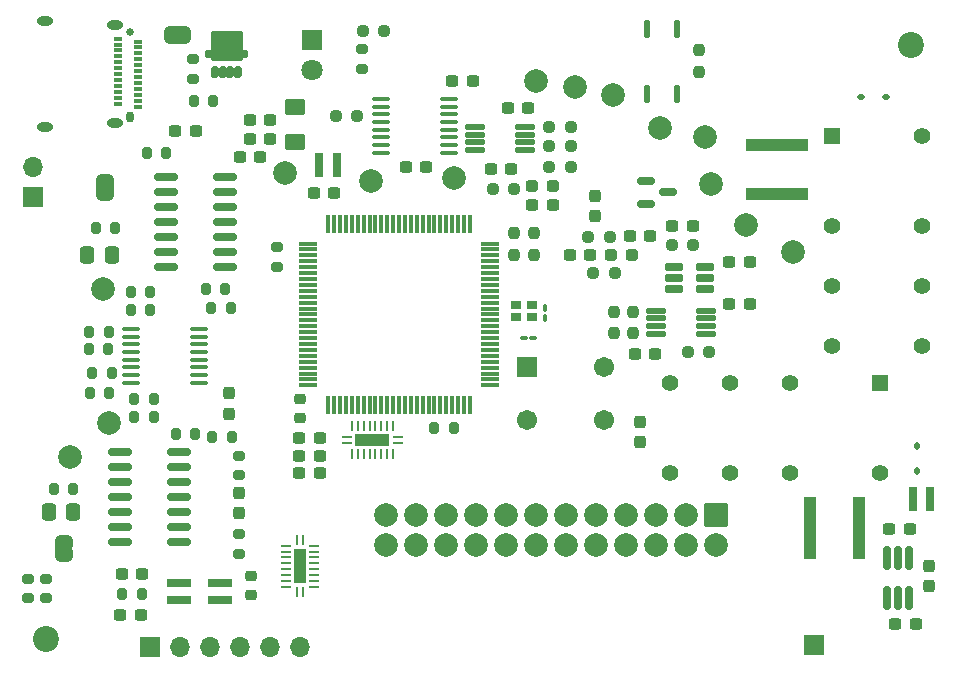
<source format=gbr>
%TF.GenerationSoftware,KiCad,Pcbnew,9.0.0*%
%TF.CreationDate,2025-04-10T22:59:03-04:00*%
%TF.ProjectId,USBLabTool,5553424c-6162-4546-9f6f-6c2e6b696361,2*%
%TF.SameCoordinates,Original*%
%TF.FileFunction,Soldermask,Top*%
%TF.FilePolarity,Negative*%
%FSLAX46Y46*%
G04 Gerber Fmt 4.6, Leading zero omitted, Abs format (unit mm)*
G04 Created by KiCad (PCBNEW 9.0.0) date 2025-04-10 22:59:03*
%MOMM*%
%LPD*%
G01*
G04 APERTURE LIST*
G04 Aperture macros list*
%AMRoundRect*
0 Rectangle with rounded corners*
0 $1 Rounding radius*
0 $2 $3 $4 $5 $6 $7 $8 $9 X,Y pos of 4 corners*
0 Add a 4 corners polygon primitive as box body*
4,1,4,$2,$3,$4,$5,$6,$7,$8,$9,$2,$3,0*
0 Add four circle primitives for the rounded corners*
1,1,$1+$1,$2,$3*
1,1,$1+$1,$4,$5*
1,1,$1+$1,$6,$7*
1,1,$1+$1,$8,$9*
0 Add four rect primitives between the rounded corners*
20,1,$1+$1,$2,$3,$4,$5,0*
20,1,$1+$1,$4,$5,$6,$7,0*
20,1,$1+$1,$6,$7,$8,$9,0*
20,1,$1+$1,$8,$9,$2,$3,0*%
%AMFreePoly0*
4,1,23,0.500000,-0.750000,0.000000,-0.750000,0.000000,-0.745722,-0.065263,-0.745722,-0.191342,-0.711940,-0.304381,-0.646677,-0.396677,-0.554381,-0.461940,-0.441342,-0.495722,-0.315263,-0.495722,-0.250000,-0.500000,-0.250000,-0.500000,0.250000,-0.495722,0.250000,-0.495722,0.315263,-0.461940,0.441342,-0.396677,0.554381,-0.304381,0.646677,-0.191342,0.711940,-0.065263,0.745722,0.000000,0.745722,
0.000000,0.750000,0.500000,0.750000,0.500000,-0.750000,0.500000,-0.750000,$1*%
%AMFreePoly1*
4,1,23,0.000000,0.745722,0.065263,0.745722,0.191342,0.711940,0.304381,0.646677,0.396677,0.554381,0.461940,0.441342,0.495722,0.315263,0.495722,0.250000,0.500000,0.250000,0.500000,-0.250000,0.495722,-0.250000,0.495722,-0.315263,0.461940,-0.441342,0.396677,-0.554381,0.304381,-0.646677,0.191342,-0.711940,0.065263,-0.745722,0.000000,-0.745722,0.000000,-0.750000,-0.500000,-0.750000,
-0.500000,0.750000,0.000000,0.750000,0.000000,0.745722,0.000000,0.745722,$1*%
G04 Aperture macros list end*
%ADD10RoundRect,0.200000X-0.200000X-0.275000X0.200000X-0.275000X0.200000X0.275000X-0.200000X0.275000X0*%
%ADD11RoundRect,0.250000X0.337500X0.475000X-0.337500X0.475000X-0.337500X-0.475000X0.337500X-0.475000X0*%
%ADD12RoundRect,0.237500X-0.250000X-0.237500X0.250000X-0.237500X0.250000X0.237500X-0.250000X0.237500X0*%
%ADD13RoundRect,0.075000X0.725000X0.075000X-0.725000X0.075000X-0.725000X-0.075000X0.725000X-0.075000X0*%
%ADD14RoundRect,0.075000X0.075000X0.725000X-0.075000X0.725000X-0.075000X-0.725000X0.075000X-0.725000X0*%
%ADD15RoundRect,0.237500X0.300000X0.237500X-0.300000X0.237500X-0.300000X-0.237500X0.300000X-0.237500X0*%
%ADD16C,2.000000*%
%ADD17RoundRect,0.150000X-0.825000X-0.150000X0.825000X-0.150000X0.825000X0.150000X-0.825000X0.150000X0*%
%ADD18RoundRect,0.100000X-0.637500X-0.100000X0.637500X-0.100000X0.637500X0.100000X-0.637500X0.100000X0*%
%ADD19C,2.200000*%
%ADD20R,1.700000X1.700000*%
%ADD21O,1.700000X1.700000*%
%ADD22RoundRect,0.237500X-0.237500X0.250000X-0.237500X-0.250000X0.237500X-0.250000X0.237500X0.250000X0*%
%ADD23RoundRect,0.237500X-0.300000X-0.237500X0.300000X-0.237500X0.300000X0.237500X-0.300000X0.237500X0*%
%ADD24R,5.207000X1.066800*%
%ADD25RoundRect,0.137500X-0.137500X0.587500X-0.137500X-0.587500X0.137500X-0.587500X0.137500X0.587500X0*%
%ADD26RoundRect,0.200000X0.200000X0.275000X-0.200000X0.275000X-0.200000X-0.275000X0.200000X-0.275000X0*%
%ADD27RoundRect,0.237500X-0.237500X0.300000X-0.237500X-0.300000X0.237500X-0.300000X0.237500X0.300000X0*%
%ADD28RoundRect,0.237500X0.250000X0.237500X-0.250000X0.237500X-0.250000X-0.237500X0.250000X-0.237500X0*%
%ADD29RoundRect,0.200000X0.275000X-0.200000X0.275000X0.200000X-0.275000X0.200000X-0.275000X-0.200000X0*%
%ADD30RoundRect,0.150000X-0.587500X-0.150000X0.587500X-0.150000X0.587500X0.150000X-0.587500X0.150000X0*%
%ADD31R,0.838200X0.762000*%
%ADD32RoundRect,0.112500X0.187500X0.112500X-0.187500X0.112500X-0.187500X-0.112500X0.187500X-0.112500X0*%
%ADD33RoundRect,0.125000X-0.687500X-0.125000X0.687500X-0.125000X0.687500X0.125000X-0.687500X0.125000X0*%
%ADD34RoundRect,0.062500X0.062500X0.350000X-0.062500X0.350000X-0.062500X-0.350000X0.062500X-0.350000X0*%
%ADD35RoundRect,0.062500X0.350000X0.062500X-0.350000X0.062500X-0.350000X-0.062500X0.350000X-0.062500X0*%
%ADD36R,1.000000X3.000000*%
%ADD37RoundRect,0.100000X-0.217500X-0.100000X0.217500X-0.100000X0.217500X0.100000X-0.217500X0.100000X0*%
%ADD38R,0.698500X2.006600*%
%ADD39RoundRect,0.112500X0.112500X-0.187500X0.112500X0.187500X-0.112500X0.187500X-0.112500X-0.187500X0*%
%ADD40RoundRect,0.102000X-0.754000X-0.754000X0.754000X-0.754000X0.754000X0.754000X-0.754000X0.754000X0*%
%ADD41C,1.712000*%
%ADD42RoundRect,0.237500X-0.287500X-0.237500X0.287500X-0.237500X0.287500X0.237500X-0.287500X0.237500X0*%
%ADD43RoundRect,0.200000X-0.275000X0.200000X-0.275000X-0.200000X0.275000X-0.200000X0.275000X0.200000X0*%
%ADD44RoundRect,0.162500X0.162500X-0.837500X0.162500X0.837500X-0.162500X0.837500X-0.162500X-0.837500X0*%
%ADD45RoundRect,0.100000X0.100000X-0.217500X0.100000X0.217500X-0.100000X0.217500X-0.100000X-0.217500X0*%
%ADD46RoundRect,0.237500X0.237500X-0.300000X0.237500X0.300000X-0.237500X0.300000X-0.237500X-0.300000X0*%
%ADD47R,1.800000X1.800000*%
%ADD48C,1.800000*%
%ADD49RoundRect,0.225000X-0.250000X0.225000X-0.250000X-0.225000X0.250000X-0.225000X0.250000X0.225000X0*%
%ADD50FreePoly0,270.000000*%
%ADD51FreePoly1,270.000000*%
%ADD52RoundRect,0.102000X-0.900000X-0.900000X0.900000X-0.900000X0.900000X0.900000X-0.900000X0.900000X0*%
%ADD53C,2.004000*%
%ADD54FreePoly0,180.000000*%
%ADD55FreePoly1,180.000000*%
%ADD56R,1.066800X5.207000*%
%ADD57R,2.006600X0.698500*%
%ADD58RoundRect,0.162500X-0.617500X-0.162500X0.617500X-0.162500X0.617500X0.162500X-0.617500X0.162500X0*%
%ADD59RoundRect,0.062500X0.350000X-0.062500X0.350000X0.062500X-0.350000X0.062500X-0.350000X-0.062500X0*%
%ADD60RoundRect,0.062500X0.062500X-0.350000X0.062500X0.350000X-0.062500X0.350000X-0.062500X-0.350000X0*%
%ADD61R,3.000000X1.000000*%
%ADD62RoundRect,0.125000X0.687500X0.125000X-0.687500X0.125000X-0.687500X-0.125000X0.687500X-0.125000X0*%
%ADD63FreePoly0,90.000000*%
%ADD64FreePoly1,90.000000*%
%ADD65RoundRect,0.237500X0.237500X-0.250000X0.237500X0.250000X-0.237500X0.250000X-0.237500X-0.250000X0*%
%ADD66R,1.400000X1.400000*%
%ADD67C,1.400000*%
%ADD68RoundRect,0.237500X0.287500X0.237500X-0.287500X0.237500X-0.287500X-0.237500X0.287500X-0.237500X0*%
%ADD69RoundRect,0.102000X-0.200000X-0.375000X0.200000X-0.375000X0.200000X0.375000X-0.200000X0.375000X0*%
%ADD70RoundRect,0.102000X-1.225000X-1.200000X1.225000X-1.200000X1.225000X1.200000X-1.225000X1.200000X0*%
%ADD71RoundRect,0.102000X-0.265000X-0.200000X0.265000X-0.200000X0.265000X0.200000X-0.265000X0.200000X0*%
%ADD72RoundRect,0.250001X0.624999X-0.462499X0.624999X0.462499X-0.624999X0.462499X-0.624999X-0.462499X0*%
%ADD73C,0.650000*%
%ADD74O,0.650000X0.950000*%
%ADD75R,0.700000X0.300000*%
%ADD76O,1.400000X0.800000*%
G04 APERTURE END LIST*
%TO.C,JP1*%
G36*
X115231000Y-110954000D02*
G01*
X113731000Y-110954000D01*
X113731000Y-111254000D01*
X115231000Y-111254000D01*
X115231000Y-110954000D01*
G37*
%TO.C,JP3*%
G36*
X124275000Y-68400000D02*
G01*
X123975000Y-68400000D01*
X123975000Y-66900000D01*
X124275000Y-66900000D01*
X124275000Y-68400000D01*
G37*
%TO.C,JP2*%
G36*
X117256000Y-80669000D02*
G01*
X118756000Y-80669000D01*
X118756000Y-80369000D01*
X117256000Y-80369000D01*
X117256000Y-80669000D01*
G37*
%TD*%
D10*
%TO.C,R45*%
X120181000Y-89434000D03*
X121831000Y-89434000D03*
%TD*%
D11*
%TO.C,C30*%
X118543500Y-86244000D03*
X116468500Y-86244000D03*
%TD*%
D12*
%TO.C,R31*%
X165963501Y-85444000D03*
X167788501Y-85444000D03*
%TD*%
D13*
%TO.C,U12*%
X150556000Y-97294000D03*
X150556000Y-96794000D03*
X150556000Y-96294000D03*
X150556000Y-95794000D03*
X150556000Y-95294000D03*
X150556000Y-94794000D03*
X150556000Y-94294000D03*
X150556000Y-93794000D03*
X150556000Y-93294000D03*
X150556000Y-92794000D03*
X150556000Y-92294000D03*
X150556000Y-91794000D03*
X150556000Y-91294000D03*
X150556000Y-90794000D03*
X150556000Y-90294000D03*
X150556000Y-89794000D03*
X150556000Y-89294000D03*
X150556000Y-88794000D03*
X150556000Y-88294000D03*
X150556000Y-87794000D03*
X150556000Y-87294000D03*
X150556000Y-86794000D03*
X150556000Y-86294000D03*
X150556000Y-85794000D03*
X150556000Y-85294000D03*
D14*
X148881000Y-83619000D03*
X148381000Y-83619000D03*
X147881000Y-83619000D03*
X147381000Y-83619000D03*
X146881000Y-83619000D03*
X146381000Y-83619000D03*
X145881000Y-83619000D03*
X145381000Y-83619000D03*
X144881000Y-83619000D03*
X144381000Y-83619000D03*
X143881000Y-83619000D03*
X143381000Y-83619000D03*
X142881000Y-83619000D03*
X142381000Y-83619000D03*
X141881000Y-83619000D03*
X141381000Y-83619000D03*
X140881000Y-83619000D03*
X140381000Y-83619000D03*
X139881000Y-83619000D03*
X139381000Y-83619000D03*
X138881000Y-83619000D03*
X138381000Y-83619000D03*
X137881000Y-83619000D03*
X137381000Y-83619000D03*
X136881000Y-83619000D03*
D13*
X135206000Y-85294000D03*
X135206000Y-85794000D03*
X135206000Y-86294000D03*
X135206000Y-86794000D03*
X135206000Y-87294000D03*
X135206000Y-87794000D03*
X135206000Y-88294000D03*
X135206000Y-88794000D03*
X135206000Y-89294000D03*
X135206000Y-89794000D03*
X135206000Y-90294000D03*
X135206000Y-90794000D03*
X135206000Y-91294000D03*
X135206000Y-91794000D03*
X135206000Y-92294000D03*
X135206000Y-92794000D03*
X135206000Y-93294000D03*
X135206000Y-93794000D03*
X135206000Y-94294000D03*
X135206000Y-94794000D03*
X135206000Y-95294000D03*
X135206000Y-95794000D03*
X135206000Y-96294000D03*
X135206000Y-96794000D03*
X135206000Y-97294000D03*
D14*
X136881000Y-98969000D03*
X137381000Y-98969000D03*
X137881000Y-98969000D03*
X138381000Y-98969000D03*
X138881000Y-98969000D03*
X139381000Y-98969000D03*
X139881000Y-98969000D03*
X140381000Y-98969000D03*
X140881000Y-98969000D03*
X141381000Y-98969000D03*
X141881000Y-98969000D03*
X142381000Y-98969000D03*
X142881000Y-98969000D03*
X143381000Y-98969000D03*
X143881000Y-98969000D03*
X144381000Y-98969000D03*
X144881000Y-98969000D03*
X145381000Y-98969000D03*
X145881000Y-98969000D03*
X146381000Y-98969000D03*
X146881000Y-98969000D03*
X147381000Y-98969000D03*
X147881000Y-98969000D03*
X148381000Y-98969000D03*
X148881000Y-98969000D03*
%TD*%
D15*
%TO.C,C18*%
X153788500Y-73786500D03*
X152063500Y-73786500D03*
%TD*%
D16*
%TO.C,TP4*%
X133250000Y-79320000D03*
%TD*%
D17*
%TO.C,U9*%
X119275000Y-102975000D03*
X119275000Y-104245000D03*
X119275000Y-105515000D03*
X119275000Y-106785000D03*
X119275000Y-108055000D03*
X119275000Y-109325000D03*
X119275000Y-110595000D03*
X124225000Y-110595000D03*
X124225000Y-109325000D03*
X124225000Y-108055000D03*
X124225000Y-106785000D03*
X124225000Y-105515000D03*
X124225000Y-104245000D03*
X124225000Y-102975000D03*
%TD*%
D18*
%TO.C,U5*%
X141381000Y-73044000D03*
X141381000Y-73694000D03*
X141381000Y-74344000D03*
X141381000Y-74994000D03*
X141381000Y-75644000D03*
X141381000Y-76294000D03*
X141381000Y-76944000D03*
X141381000Y-77594000D03*
X147106000Y-77594000D03*
X147106000Y-76944000D03*
X147106000Y-76294000D03*
X147106000Y-75644000D03*
X147106000Y-74994000D03*
X147106000Y-74344000D03*
X147106000Y-73694000D03*
X147106000Y-73044000D03*
%TD*%
D19*
%TO.C,H2*%
X113000000Y-118750000D03*
%TD*%
D10*
%TO.C,R48*%
X127081000Y-101644000D03*
X128731000Y-101644000D03*
%TD*%
D12*
%TO.C,R27*%
X155593500Y-77044000D03*
X157418500Y-77044000D03*
%TD*%
D16*
%TO.C,TP1*%
X114981000Y-103379000D03*
%TD*%
D10*
%TO.C,R47*%
X123981000Y-101454000D03*
X125631000Y-101454000D03*
%TD*%
D20*
%TO.C,J17*%
X111906000Y-81384000D03*
D21*
X111906000Y-78844000D03*
%TD*%
D15*
%TO.C,C15*%
X164568500Y-94644000D03*
X162843500Y-94644000D03*
%TD*%
D22*
%TO.C,R28*%
X162706000Y-91044000D03*
X162706000Y-92869000D03*
%TD*%
D23*
%TO.C,C66*%
X184887500Y-117500000D03*
X186612500Y-117500000D03*
%TD*%
D24*
%TO.C,GD2*%
X174906000Y-76973900D03*
X174906000Y-81114100D03*
%TD*%
D16*
%TO.C,TP10*%
X169250000Y-80250000D03*
%TD*%
D25*
%TO.C,U2*%
X166376000Y-67094000D03*
X163836000Y-67094000D03*
X163836000Y-72594000D03*
X166376000Y-72594000D03*
%TD*%
D20*
%TO.C,J19*%
X178000000Y-119250000D03*
%TD*%
D26*
%TO.C,R53*%
X147506000Y-100869000D03*
X145856000Y-100869000D03*
%TD*%
%TO.C,R62*%
X121075000Y-115000000D03*
X119425000Y-115000000D03*
%TD*%
D18*
%TO.C,U11*%
X120208500Y-92521500D03*
X120208500Y-93171500D03*
X120208500Y-93821500D03*
X120208500Y-94471500D03*
X120208500Y-95121500D03*
X120208500Y-95771500D03*
X120208500Y-96421500D03*
X120208500Y-97071500D03*
X125933500Y-97071500D03*
X125933500Y-96421500D03*
X125933500Y-95771500D03*
X125933500Y-95121500D03*
X125933500Y-94471500D03*
X125933500Y-93821500D03*
X125933500Y-93171500D03*
X125933500Y-92521500D03*
%TD*%
D27*
%TO.C,C48*%
X129306000Y-106381500D03*
X129306000Y-108106500D03*
%TD*%
D28*
%TO.C,R29*%
X157438500Y-78786500D03*
X155613500Y-78786500D03*
%TD*%
D23*
%TO.C,C41*%
X119387500Y-113250000D03*
X121112500Y-113250000D03*
%TD*%
D29*
%TO.C,R51*%
X129306000Y-104894000D03*
X129306000Y-103244000D03*
%TD*%
D22*
%TO.C,R54*%
X154306000Y-84419000D03*
X154306000Y-86244000D03*
%TD*%
D10*
%TO.C,R46*%
X120181000Y-90934000D03*
X121831000Y-90934000D03*
%TD*%
D22*
%TO.C,R25*%
X161106000Y-91044000D03*
X161106000Y-92869000D03*
%TD*%
D30*
%TO.C,D3*%
X163750000Y-80000000D03*
X163750000Y-81900000D03*
X165625000Y-80950000D03*
%TD*%
D16*
%TO.C,TP12*%
X161000000Y-72750000D03*
%TD*%
D12*
%TO.C,R24*%
X150793500Y-80644000D03*
X152618500Y-80644000D03*
%TD*%
D10*
%TO.C,R33*%
X113656000Y-106069000D03*
X115306000Y-106069000D03*
%TD*%
D19*
%TO.C,H1*%
X186250000Y-68500000D03*
%TD*%
D31*
%TO.C,Y2*%
X152750000Y-91550000D03*
X154100000Y-91550000D03*
X154100000Y-90500000D03*
X152750000Y-90500000D03*
%TD*%
D23*
%TO.C,C60*%
X135643500Y-81044000D03*
X137368500Y-81044000D03*
%TD*%
D12*
%TO.C,R12*%
X137500000Y-74500000D03*
X139325000Y-74500000D03*
%TD*%
D10*
%TO.C,R42*%
X116600000Y-94244000D03*
X118250000Y-94244000D03*
%TD*%
D32*
%TO.C,D2*%
X184075000Y-72900000D03*
X181975000Y-72900000D03*
%TD*%
D33*
%TO.C,U6*%
X149351000Y-75411500D03*
X149351000Y-76061500D03*
X149351000Y-76711500D03*
X149351000Y-77361500D03*
X153576000Y-77361500D03*
X153576000Y-76711500D03*
X153576000Y-76061500D03*
X153576000Y-75411500D03*
%TD*%
D34*
%TO.C,U18*%
X134743500Y-114806500D03*
D35*
X135681000Y-114369000D03*
X135681000Y-113869000D03*
X135681000Y-113369000D03*
X135681000Y-112869000D03*
X135681000Y-112369000D03*
X135681000Y-111869000D03*
X135681000Y-111369000D03*
X135681000Y-110869000D03*
D34*
X134743500Y-110431500D03*
X134243500Y-110431500D03*
D35*
X133306000Y-110869000D03*
X133306000Y-111369000D03*
X133306000Y-111869000D03*
X133306000Y-112369000D03*
X133306000Y-112869000D03*
X133306000Y-113369000D03*
X133306000Y-113869000D03*
X133306000Y-114369000D03*
D34*
X134243500Y-114806500D03*
D36*
X134493500Y-112619000D03*
%TD*%
D15*
%TO.C,C23*%
X164168500Y-84644000D03*
X162443500Y-84644000D03*
%TD*%
D37*
%TO.C,C33*%
X153435000Y-93250000D03*
X154250000Y-93250000D03*
%TD*%
D38*
%TO.C,L5*%
X136144750Y-78650000D03*
X137605250Y-78650000D03*
%TD*%
D39*
%TO.C,D1*%
X186725000Y-104550000D03*
X186725000Y-102450000D03*
%TD*%
D16*
%TO.C,TP14*%
X172250000Y-83750000D03*
%TD*%
D26*
%TO.C,R49*%
X128156000Y-89109000D03*
X126506000Y-89109000D03*
%TD*%
D23*
%TO.C,C46*%
X119275000Y-116750000D03*
X121000000Y-116750000D03*
%TD*%
D40*
%TO.C,SW1*%
X153750000Y-95750000D03*
D41*
X160250000Y-95750000D03*
X153750000Y-100250000D03*
X160250000Y-100250000D03*
%TD*%
D26*
%TO.C,R43*%
X122131000Y-98454000D03*
X120481000Y-98454000D03*
%TD*%
D15*
%TO.C,C43*%
X136168500Y-103244000D03*
X134443500Y-103244000D03*
%TD*%
D11*
%TO.C,C29*%
X115287500Y-108000000D03*
X113212500Y-108000000D03*
%TD*%
D42*
%TO.C,L2*%
X154156000Y-80444000D03*
X155906000Y-80444000D03*
%TD*%
D15*
%TO.C,C20*%
X155893500Y-82044000D03*
X154168500Y-82044000D03*
%TD*%
D16*
%TO.C,TP8*%
X140500000Y-80000000D03*
%TD*%
%TO.C,TP3*%
X118306000Y-100454000D03*
%TD*%
%TO.C,TP11*%
X176250000Y-86000000D03*
%TD*%
D23*
%TO.C,C16*%
X150637500Y-78986500D03*
X152362500Y-78986500D03*
%TD*%
D43*
%TO.C,R58*%
X111500000Y-113675000D03*
X111500000Y-115325000D03*
%TD*%
D44*
%TO.C,U16*%
X184156000Y-115304000D03*
X185106000Y-115304000D03*
X186056000Y-115304000D03*
X186056000Y-111884000D03*
X185106000Y-111884000D03*
X184156000Y-111884000D03*
%TD*%
D16*
%TO.C,TP5*%
X157750000Y-72000000D03*
%TD*%
D23*
%TO.C,C70*%
X123943500Y-75744000D03*
X125668500Y-75744000D03*
%TD*%
%TO.C,C59*%
X130243500Y-74844000D03*
X131968500Y-74844000D03*
%TD*%
D45*
%TO.C,C34*%
X155250000Y-91590000D03*
X155250000Y-90775000D03*
%TD*%
D29*
%TO.C,R66*%
X125406000Y-71318996D03*
X125406000Y-69668996D03*
%TD*%
D23*
%TO.C,C61*%
X184387500Y-109500000D03*
X186112500Y-109500000D03*
%TD*%
D46*
%TO.C,C27*%
X159500000Y-82975000D03*
X159500000Y-81250000D03*
%TD*%
D47*
%TO.C,D7*%
X135506000Y-68044000D03*
D48*
X135506000Y-70584000D03*
%TD*%
D49*
%TO.C,C78*%
X134506000Y-98469000D03*
X134506000Y-100019000D03*
%TD*%
D50*
%TO.C,JP1*%
X114481000Y-110454000D03*
D51*
X114481000Y-111754000D03*
%TD*%
D20*
%TO.C,J1*%
X121756000Y-119444000D03*
D21*
X124296000Y-119444000D03*
X126836000Y-119444000D03*
X129376000Y-119444000D03*
X131916000Y-119444000D03*
X134456000Y-119444000D03*
%TD*%
D15*
%TO.C,C25*%
X167738501Y-83844000D03*
X166013501Y-83844000D03*
%TD*%
D26*
%TO.C,R41*%
X118306000Y-92744000D03*
X116656000Y-92744000D03*
%TD*%
D52*
%TO.C,J2*%
X169746000Y-108244000D03*
D53*
X169746000Y-110784000D03*
X167206000Y-108244000D03*
X167206000Y-110784000D03*
X164666000Y-108244000D03*
X164666000Y-110784000D03*
X162126000Y-108244000D03*
X162126000Y-110784000D03*
X159586000Y-108244000D03*
X159586000Y-110784000D03*
X157046000Y-108244000D03*
X157046000Y-110784000D03*
X154506000Y-108244000D03*
X154506000Y-110784000D03*
X151966000Y-108244000D03*
X151966000Y-110784000D03*
X149426000Y-108244000D03*
X149426000Y-110784000D03*
X146886000Y-108244000D03*
X146886000Y-110784000D03*
X144346000Y-108244000D03*
X144346000Y-110784000D03*
X141806000Y-108244000D03*
X141806000Y-110784000D03*
%TD*%
D43*
%TO.C,R52*%
X132506000Y-85594000D03*
X132506000Y-87244000D03*
%TD*%
D23*
%TO.C,C13*%
X170843500Y-90444000D03*
X172568500Y-90444000D03*
%TD*%
D12*
%TO.C,R22*%
X158893500Y-84744000D03*
X160718500Y-84744000D03*
%TD*%
D54*
%TO.C,JP3*%
X124775000Y-67650000D03*
D55*
X123475000Y-67650000D03*
%TD*%
D56*
%TO.C,GD1*%
X181849850Y-109375250D03*
X177709650Y-109375250D03*
%TD*%
D23*
%TO.C,C17*%
X147387500Y-71500000D03*
X149112500Y-71500000D03*
%TD*%
D16*
%TO.C,TP6*%
X165000000Y-75500000D03*
%TD*%
D57*
%TO.C,L4*%
X127750000Y-114000000D03*
X127750000Y-115460500D03*
%TD*%
D58*
%TO.C,U7*%
X166126001Y-87244000D03*
X166126001Y-88194000D03*
X166126001Y-89144000D03*
X168826001Y-89144000D03*
X168826001Y-88194000D03*
X168826001Y-87244000D03*
%TD*%
D26*
%TO.C,R39*%
X118325000Y-97954000D03*
X116675000Y-97954000D03*
%TD*%
D15*
%TO.C,C12*%
X145168500Y-78844000D03*
X143443500Y-78844000D03*
%TD*%
D10*
%TO.C,R44*%
X120481000Y-99954000D03*
X122131000Y-99954000D03*
%TD*%
D16*
%TO.C,TP2*%
X117831000Y-89109000D03*
%TD*%
D26*
%TO.C,R40*%
X118575000Y-96250000D03*
X116925000Y-96250000D03*
%TD*%
D12*
%TO.C,R26*%
X159306000Y-87744000D03*
X161131000Y-87744000D03*
%TD*%
D15*
%TO.C,C21*%
X172568500Y-86844000D03*
X170843500Y-86844000D03*
%TD*%
%TO.C,C49*%
X136168500Y-104744000D03*
X134443500Y-104744000D03*
%TD*%
D28*
%TO.C,R84*%
X141637500Y-67325000D03*
X139812500Y-67325000D03*
%TD*%
D43*
%TO.C,R63*%
X113000000Y-113675000D03*
X113000000Y-115325000D03*
%TD*%
D59*
%TO.C,U20*%
X138443500Y-102181500D03*
D60*
X138881000Y-103119000D03*
X139381000Y-103119000D03*
X139881000Y-103119000D03*
X140381000Y-103119000D03*
X140881000Y-103119000D03*
X141381000Y-103119000D03*
X141881000Y-103119000D03*
X142381000Y-103119000D03*
D59*
X142818500Y-102181500D03*
X142818500Y-101681500D03*
D60*
X142381000Y-100744000D03*
X141881000Y-100744000D03*
X141381000Y-100744000D03*
X140881000Y-100744000D03*
X140381000Y-100744000D03*
X139881000Y-100744000D03*
X139381000Y-100744000D03*
X138881000Y-100744000D03*
D59*
X138443500Y-101681500D03*
D61*
X140631000Y-101931500D03*
%TD*%
D62*
%TO.C,U4*%
X168831000Y-92919000D03*
X168831000Y-92269000D03*
X168831000Y-91619000D03*
X168831000Y-90969000D03*
X164606000Y-90969000D03*
X164606000Y-91619000D03*
X164606000Y-92269000D03*
X164606000Y-92919000D03*
%TD*%
D63*
%TO.C,JP2*%
X118006000Y-81169000D03*
D64*
X118006000Y-79869000D03*
%TD*%
D46*
%TO.C,C39*%
X128506000Y-99706500D03*
X128506000Y-97981500D03*
%TD*%
D65*
%TO.C,R55*%
X152606000Y-86244000D03*
X152606000Y-84419000D03*
%TD*%
D66*
%TO.C,K2*%
X179506000Y-76144000D03*
D67*
X179506000Y-83764000D03*
X179506000Y-88844000D03*
X179506000Y-93924000D03*
X187126000Y-93924000D03*
X187126000Y-88844000D03*
X187126000Y-83764000D03*
X187126000Y-76144000D03*
%TD*%
D68*
%TO.C,L1*%
X162593500Y-86244000D03*
X160843500Y-86244000D03*
%TD*%
D22*
%TO.C,R10*%
X168306000Y-68931500D03*
X168306000Y-70756500D03*
%TD*%
D43*
%TO.C,R64*%
X139706000Y-68844000D03*
X139706000Y-70494000D03*
%TD*%
D69*
%TO.C,Q1*%
X127300000Y-70750000D03*
X127950000Y-70750000D03*
X128600000Y-70750000D03*
X129250000Y-70750000D03*
D70*
X128275000Y-68525000D03*
D71*
X126785000Y-69225000D03*
X129765000Y-69225000D03*
%TD*%
D16*
%TO.C,TP9*%
X168750000Y-76250000D03*
%TD*%
D15*
%TO.C,C19*%
X159081000Y-86244000D03*
X157356000Y-86244000D03*
%TD*%
%TO.C,C55*%
X131106000Y-77944000D03*
X129381000Y-77944000D03*
%TD*%
D28*
%TO.C,R21*%
X169131000Y-94444000D03*
X167306000Y-94444000D03*
%TD*%
D10*
%TO.C,R34*%
X117181000Y-83934000D03*
X118831000Y-83934000D03*
%TD*%
D49*
%TO.C,C76*%
X130306000Y-113469000D03*
X130306000Y-115019000D03*
%TD*%
D57*
%TO.C,L3*%
X124250000Y-115460500D03*
X124250000Y-114000000D03*
%TD*%
D72*
%TO.C,D8*%
X134106000Y-76731500D03*
X134106000Y-73756500D03*
%TD*%
D16*
%TO.C,TP7*%
X147500000Y-79750000D03*
%TD*%
D38*
%TO.C,L6*%
X187875000Y-106950000D03*
X186414500Y-106950000D03*
%TD*%
D10*
%TO.C,R50*%
X126981000Y-90744000D03*
X128631000Y-90744000D03*
%TD*%
D66*
%TO.C,K1*%
X183637250Y-97112750D03*
D67*
X176017250Y-97112750D03*
X170937250Y-97112750D03*
X165857250Y-97112750D03*
X165857250Y-104732750D03*
X170937250Y-104732750D03*
X176017250Y-104732750D03*
X183637250Y-104732750D03*
%TD*%
D17*
%TO.C,U10*%
X123181000Y-79624000D03*
X123181000Y-80894000D03*
X123181000Y-82164000D03*
X123181000Y-83434000D03*
X123181000Y-84704000D03*
X123181000Y-85974000D03*
X123181000Y-87244000D03*
X128131000Y-87244000D03*
X128131000Y-85974000D03*
X128131000Y-84704000D03*
X128131000Y-83434000D03*
X128131000Y-82164000D03*
X128131000Y-80894000D03*
X128131000Y-79624000D03*
%TD*%
D46*
%TO.C,C3*%
X163306000Y-102106500D03*
X163306000Y-100381500D03*
%TD*%
D10*
%TO.C,R38*%
X121506000Y-77609000D03*
X123156000Y-77609000D03*
%TD*%
D29*
%TO.C,R36*%
X129306000Y-111569000D03*
X129306000Y-109919000D03*
%TD*%
D46*
%TO.C,C62*%
X187756000Y-114306500D03*
X187756000Y-112581500D03*
%TD*%
D16*
%TO.C,TP13*%
X154500000Y-71500000D03*
%TD*%
D73*
%TO.C,J20*%
X120100000Y-67340000D03*
D74*
X120100000Y-74540000D03*
D75*
X120760000Y-68190000D03*
X120760000Y-68690000D03*
X120760000Y-69190000D03*
X120760000Y-69690000D03*
X120760000Y-70190000D03*
X120760000Y-70690000D03*
X120760000Y-71190000D03*
X120760000Y-71690000D03*
X120760000Y-72190000D03*
X120760000Y-72690000D03*
X120760000Y-73190000D03*
X120760000Y-73690000D03*
X119060000Y-73440000D03*
X119060000Y-72940000D03*
X119060000Y-72440000D03*
X119060000Y-71940000D03*
X119060000Y-71440000D03*
X119060000Y-70940000D03*
X119060000Y-70440000D03*
X119060000Y-69940000D03*
X119060000Y-69440000D03*
X119060000Y-68940000D03*
X119060000Y-68440000D03*
X119060000Y-67940000D03*
D76*
X112900000Y-66450000D03*
X118850000Y-66810000D03*
X118850000Y-75070000D03*
X112900000Y-75430000D03*
%TD*%
D15*
%TO.C,C44*%
X136168500Y-101744000D03*
X134443500Y-101744000D03*
%TD*%
D26*
%TO.C,R67*%
X127131000Y-73244000D03*
X125481000Y-73244000D03*
%TD*%
D15*
%TO.C,C56*%
X131968500Y-76444000D03*
X130243500Y-76444000D03*
%TD*%
D28*
%TO.C,R30*%
X157418500Y-75386500D03*
X155593500Y-75386500D03*
%TD*%
M02*

</source>
